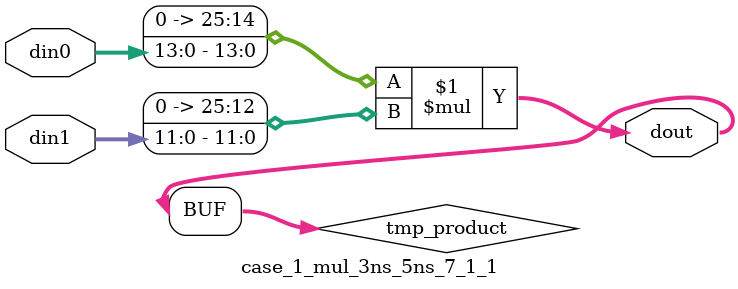
<source format=v>

`timescale 1 ns / 1 ps

 (* use_dsp = "no" *)  module case_1_mul_3ns_5ns_7_1_1(din0, din1, dout);
parameter ID = 1;
parameter NUM_STAGE = 0;
parameter din0_WIDTH = 14;
parameter din1_WIDTH = 12;
parameter dout_WIDTH = 26;

input [din0_WIDTH - 1 : 0] din0; 
input [din1_WIDTH - 1 : 0] din1; 
output [dout_WIDTH - 1 : 0] dout;

wire signed [dout_WIDTH - 1 : 0] tmp_product;
























assign tmp_product = $signed({1'b0, din0}) * $signed({1'b0, din1});











assign dout = tmp_product;





















endmodule

</source>
